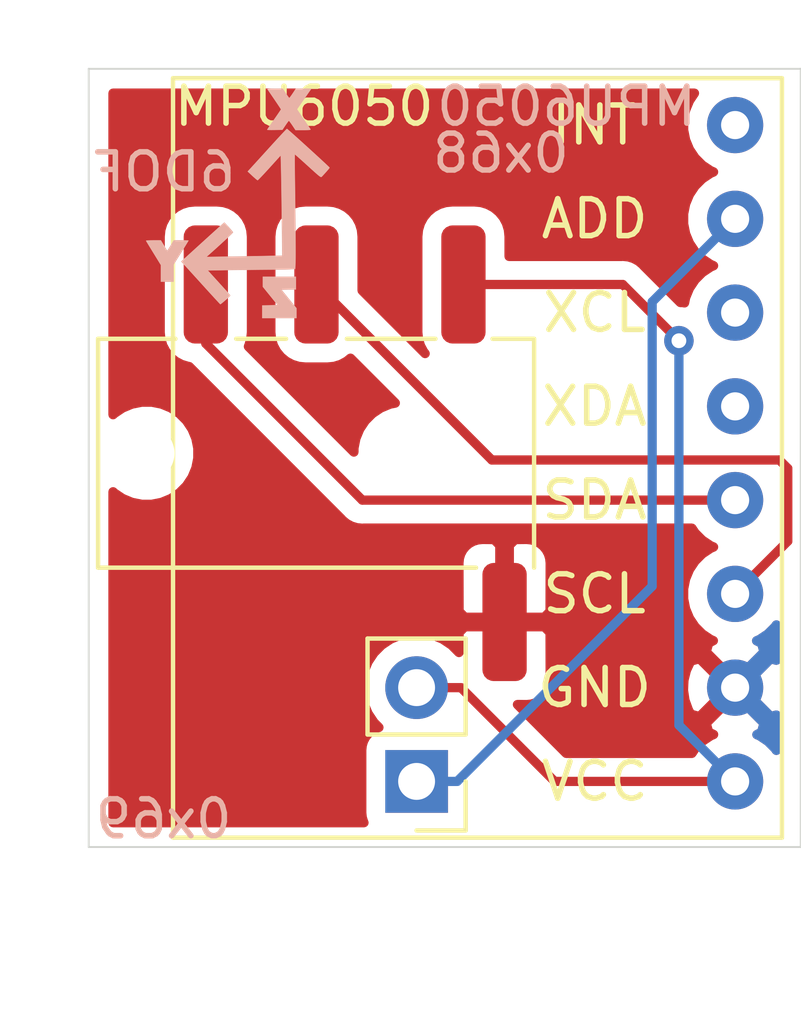
<source format=kicad_pcb>
(kicad_pcb (version 20171130) (host pcbnew "(5.1.5)-3")

  (general
    (thickness 1.6)
    (drawings 9)
    (tracks 20)
    (zones 0)
    (modules 4)
    (nets 9)
  )

  (page A4)
  (layers
    (0 F.Cu signal)
    (31 B.Cu signal)
    (32 B.Adhes user)
    (33 F.Adhes user)
    (34 B.Paste user)
    (35 F.Paste user)
    (36 B.SilkS user)
    (37 F.SilkS user)
    (38 B.Mask user)
    (39 F.Mask user)
    (40 Dwgs.User user)
    (41 Cmts.User user)
    (42 Eco1.User user)
    (43 Eco2.User user)
    (44 Edge.Cuts user)
    (45 Margin user)
    (46 B.CrtYd user)
    (47 F.CrtYd user)
    (48 B.Fab user)
    (49 F.Fab user)
  )

  (setup
    (last_trace_width 0.25)
    (trace_clearance 0.2)
    (zone_clearance 0.508)
    (zone_45_only no)
    (trace_min 0.2)
    (via_size 0.8)
    (via_drill 0.4)
    (via_min_size 0.4)
    (via_min_drill 0.3)
    (uvia_size 0.3)
    (uvia_drill 0.1)
    (uvias_allowed no)
    (uvia_min_size 0.2)
    (uvia_min_drill 0.1)
    (edge_width 0.05)
    (segment_width 0.2)
    (pcb_text_width 0.3)
    (pcb_text_size 1.5 1.5)
    (mod_edge_width 0.12)
    (mod_text_size 1 1)
    (mod_text_width 0.15)
    (pad_size 1.524 1.524)
    (pad_drill 0.762)
    (pad_to_mask_clearance 0.051)
    (solder_mask_min_width 0.25)
    (aux_axis_origin 0 0)
    (visible_elements 7FFFFFFF)
    (pcbplotparams
      (layerselection 0x010fc_ffffffff)
      (usegerberextensions false)
      (usegerberattributes false)
      (usegerberadvancedattributes false)
      (creategerberjobfile false)
      (excludeedgelayer true)
      (linewidth 0.100000)
      (plotframeref false)
      (viasonmask false)
      (mode 1)
      (useauxorigin false)
      (hpglpennumber 1)
      (hpglpenspeed 20)
      (hpglpendiameter 15.000000)
      (psnegative false)
      (psa4output false)
      (plotreference true)
      (plotvalue true)
      (plotinvisibletext false)
      (padsonsilk false)
      (subtractmaskfromsilk false)
      (outputformat 1)
      (mirror false)
      (drillshape 0)
      (scaleselection 1)
      (outputdirectory "gerbers/"))
  )

  (net 0 "")
  (net 1 GND)
  (net 2 SDA)
  (net 3 SCL)
  (net 4 +3V3)
  (net 5 "Net-(U1-Pad5)")
  (net 6 ADD)
  (net 7 "Net-(U1-Pad8)")
  (net 8 "Net-(U1-Pad6)")

  (net_class Default "Ceci est la Netclass par défaut."
    (clearance 0.2)
    (trace_width 0.25)
    (via_dia 0.8)
    (via_drill 0.4)
    (uvia_dia 0.3)
    (uvia_drill 0.1)
    (add_net +3V3)
    (add_net ADD)
    (add_net GND)
    (add_net "Net-(U1-Pad5)")
    (add_net "Net-(U1-Pad6)")
    (add_net "Net-(U1-Pad8)")
    (add_net SCL)
    (add_net SDA)
  )

  (module usini_sensors:logo_accelerometer (layer B.Cu) (tedit 5FDB7EDE) (tstamp 5FDCE205)
    (at 165.608 24.384 180)
    (fp_text reference G*** (at -0.762 4.572) (layer B.SilkS) hide
      (effects (font (size 1.524 1.524) (thickness 0.3)) (justify mirror))
    )
    (fp_text value LOGO (at 0.254 -4.572) (layer B.SilkS) hide
      (effects (font (size 1.524 1.524) (thickness 0.3)) (justify mirror))
    )
    (fp_poly (pts (xy -1.723561 3.145117) (xy -1.687321 3.092105) (xy -1.656673 3.049945) (xy -1.635563 3.023915)
      (xy -1.628588 3.018117) (xy -1.616462 3.029781) (xy -1.592046 3.061254) (xy -1.559287 3.107259)
      (xy -1.533616 3.145117) (xy -1.449099 3.272117) (xy -1.239138 3.272117) (xy -1.145538 3.271083)
      (xy -1.080868 3.267998) (xy -1.04544 3.262883) (xy -1.038598 3.256875) (xy -1.049529 3.240454)
      (xy -1.074709 3.203253) (xy -1.1115 3.149146) (xy -1.157267 3.082009) (xy -1.209373 3.005717)
      (xy -1.226244 2.981042) (xy -1.279157 2.903254) (xy -1.325824 2.833839) (xy -1.363768 2.776549)
      (xy -1.390512 2.735135) (xy -1.403581 2.713347) (xy -1.40447 2.711113) (xy -1.396261 2.696672)
      (xy -1.373287 2.661489) (xy -1.338028 2.609225) (xy -1.292965 2.543543) (xy -1.240579 2.468103)
      (xy -1.217706 2.435411) (xy -1.163049 2.357057) (xy -1.114705 2.286979) (xy -1.075153 2.228836)
      (xy -1.046873 2.186289) (xy -1.032346 2.162996) (xy -1.030941 2.159867) (xy -1.044977 2.156824)
      (xy -1.083491 2.154814) (xy -1.141092 2.153969) (xy -1.212389 2.15442) (xy -1.236382 2.154843)
      (xy -1.441823 2.159) (xy -1.524 2.28175) (xy -1.559888 2.333832) (xy -1.590237 2.375058)
      (xy -1.610969 2.40004) (xy -1.617285 2.405014) (xy -1.629682 2.393567) (xy -1.654313 2.362268)
      (xy -1.687202 2.316373) (xy -1.71291 2.278529) (xy -1.797427 2.151529) (xy -2.005242 2.151529)
      (xy -2.090448 2.152101) (xy -2.149237 2.154034) (xy -2.185053 2.157656) (xy -2.201343 2.163292)
      (xy -2.202247 2.170206) (xy -2.190948 2.187716) (xy -2.165522 2.226023) (xy -2.128609 2.281187)
      (xy -2.082846 2.349269) (xy -2.030871 2.426328) (xy -2.01367 2.45178) (xy -1.835904 2.714678)
      (xy -2.030389 2.993398) (xy -2.224875 3.272117) (xy -1.808077 3.272117) (xy -1.723561 3.145117)) (layer B.SilkS) (width 0.01))
    (fp_poly (pts (xy 2.12965 -0.837545) (xy 2.190363 -0.839845) (xy 2.233222 -0.843283) (xy 2.252969 -0.847534)
      (xy 2.253628 -0.848858) (xy 2.24473 -0.864425) (xy 2.222303 -0.901867) (xy 2.188507 -0.957626)
      (xy 2.145505 -1.028145) (xy 2.095459 -1.109869) (xy 2.050677 -1.182754) (xy 1.852706 -1.5045)
      (xy 1.852706 -1.957294) (xy 1.509059 -1.957294) (xy 1.509059 -1.493733) (xy 1.307353 -1.171516)
      (xy 1.252596 -1.083807) (xy 1.203488 -1.004691) (xy 1.162143 -0.937611) (xy 1.130674 -0.88601)
      (xy 1.111196 -0.853332) (xy 1.105647 -0.843003) (xy 1.119672 -0.840687) (xy 1.158083 -0.838766)
      (xy 1.215386 -0.837413) (xy 1.286085 -0.836802) (xy 1.303618 -0.836784) (xy 1.501588 -0.836861)
      (xy 1.588732 -0.978725) (xy 1.623962 -1.035476) (xy 1.653187 -1.081422) (xy 1.673098 -1.111433)
      (xy 1.680273 -1.120589) (xy 1.689202 -1.108584) (xy 1.710057 -1.076029) (xy 1.73958 -1.028112)
      (xy 1.769375 -0.978647) (xy 1.854079 -0.836706) (xy 2.056343 -0.836706) (xy 2.12965 -0.837545)) (layer B.SilkS) (width 0.01))
    (fp_poly (pts (xy -1.552132 2.171698) (xy -1.522002 2.141231) (xy -1.476274 2.093306) (xy -1.417158 2.030286)
      (xy -1.346868 1.954533) (xy -1.267615 1.868409) (xy -1.18161 1.774277) (xy -1.154943 1.744961)
      (xy -1.06127 1.641905) (xy -0.968622 1.540026) (xy -0.880154 1.442787) (xy -0.799018 1.353653)
      (xy -0.728369 1.276089) (xy -0.67136 1.21356) (xy -0.631146 1.16953) (xy -0.629776 1.168033)
      (xy -0.502275 1.028713) (xy -0.628402 0.911016) (xy -0.679552 0.864385) (xy -0.723504 0.826357)
      (xy -0.755328 0.801067) (xy -0.769651 0.792601) (xy -0.783087 0.803096) (xy -0.813889 0.833155)
      (xy -0.859489 0.880081) (xy -0.917316 0.941177) (xy -0.984802 1.013747) (xy -1.059378 1.095092)
      (xy -1.090886 1.129781) (xy -1.397 1.46768) (xy -1.406242 1.111104) (xy -1.408052 1.032392)
      (xy -1.410104 0.927542) (xy -1.412343 0.800299) (xy -1.414713 0.654406) (xy -1.417155 0.493608)
      (xy -1.419614 0.321648) (xy -1.422033 0.14227) (xy -1.424356 -0.040783) (xy -1.426525 -0.223766)
      (xy -1.426806 -0.24851) (xy -1.438127 -1.25155) (xy -1.014152 -1.26045) (xy -0.897401 -1.262778)
      (xy -0.75766 -1.265362) (xy -0.601817 -1.268086) (xy -0.436764 -1.270837) (xy -0.269389 -1.273497)
      (xy -0.106582 -1.275952) (xy 0.014941 -1.27768) (xy 0.620059 -1.286011) (xy 0.556222 -1.229447)
      (xy 0.46041 -1.144137) (xy 0.364367 -1.057862) (xy 0.270678 -0.973012) (xy 0.181931 -0.891978)
      (xy 0.100709 -0.817151) (xy 0.0296 -0.750923) (xy -0.028811 -0.695682) (xy -0.071939 -0.653821)
      (xy -0.097197 -0.62773) (xy -0.102867 -0.620059) (xy -0.093409 -0.603777) (xy -0.067401 -0.570808)
      (xy -0.028922 -0.526085) (xy 0.013791 -0.47901) (xy 0.130871 -0.352903) (xy 0.174372 -0.389507)
      (xy 0.193937 -0.406706) (xy 0.233254 -0.441899) (xy 0.289977 -0.492965) (xy 0.36176 -0.557784)
      (xy 0.446256 -0.634235) (xy 0.541121 -0.720197) (xy 0.644008 -0.813549) (xy 0.75257 -0.912171)
      (xy 0.759089 -0.918097) (xy 1.300305 -1.410083) (xy 1.257077 -1.455836) (xy 1.238451 -1.475986)
      (xy 1.201938 -1.515884) (xy 1.149716 -1.573134) (xy 1.083965 -1.645343) (xy 1.006864 -1.730116)
      (xy 0.920591 -1.825057) (xy 0.827327 -1.927773) (xy 0.732758 -2.032) (xy 0.636287 -2.138211)
      (xy 0.54586 -2.237475) (xy 0.463469 -2.327629) (xy 0.391103 -2.406508) (xy 0.330753 -2.471949)
      (xy 0.28441 -2.521786) (xy 0.254063 -2.553856) (xy 0.241704 -2.565995) (xy 0.241628 -2.56603)
      (xy 0.227201 -2.558094) (xy 0.195486 -2.533812) (xy 0.151244 -2.497006) (xy 0.102005 -2.453971)
      (xy 0.051029 -2.407905) (xy 0.009379 -2.369201) (xy -0.018502 -2.342061) (xy -0.028188 -2.330824)
      (xy -0.018661 -2.318339) (xy 0.008602 -2.286567) (xy 0.051156 -2.23826) (xy 0.106555 -2.176166)
      (xy 0.172353 -2.103038) (xy 0.246103 -2.021624) (xy 0.277444 -1.987177) (xy 0.583686 -1.651)
      (xy 0.019167 -1.641901) (xy -0.137955 -1.639563) (xy -0.311841 -1.637309) (xy -0.493831 -1.63523)
      (xy -0.675268 -1.633417) (xy -0.847491 -1.631959) (xy -1.001842 -1.630948) (xy -1.054834 -1.630696)
      (xy -1.181117 -1.629905) (xy -1.302845 -1.628642) (xy -1.415509 -1.626989) (xy -1.5146 -1.625031)
      (xy -1.595606 -1.622853) (xy -1.65402 -1.620538) (xy -1.676807 -1.619079) (xy -1.7893 -1.60957)
      (xy -1.796967 -1.391227) (xy -1.798175 -1.341379) (xy -1.798953 -1.272167) (xy -1.799295 -1.182755)
      (xy -1.799193 -1.072307) (xy -1.798639 -0.939987) (xy -1.797627 -0.784959) (xy -1.796149 -0.606387)
      (xy -1.794199 -0.403435) (xy -1.791768 -0.175267) (xy -1.788849 0.078953) (xy -1.785435 0.360061)
      (xy -1.78152 0.668893) (xy -1.777095 1.006285) (xy -1.774311 1.213985) (xy -1.773581 1.301764)
      (xy -1.773815 1.378284) (xy -1.774926 1.438928) (xy -1.776829 1.479078) (xy -1.779437 1.494118)
      (xy -1.77953 1.494133) (xy -1.792384 1.484445) (xy -1.824562 1.456997) (xy -1.873343 1.414205)
      (xy -1.936006 1.358479) (xy -2.009829 1.292235) (xy -2.09209 1.217886) (xy -2.135661 1.17831)
      (xy -2.232378 1.090431) (xy -2.30949 1.020834) (xy -2.369446 0.967637) (xy -2.414691 0.928954)
      (xy -2.447673 0.902903) (xy -2.470838 0.887599) (xy -2.486633 0.881158) (xy -2.497506 0.881696)
      (xy -2.505903 0.887329) (xy -2.509216 0.890693) (xy -2.578962 0.965921) (xy -2.637174 1.030364)
      (xy -2.681519 1.081345) (xy -2.709668 1.116184) (xy -2.719294 1.132084) (xy -2.708588 1.144226)
      (xy -2.678153 1.17402) (xy -2.630509 1.219173) (xy -2.568179 1.27739) (xy -2.493684 1.34638)
      (xy -2.409546 1.423848) (xy -2.318287 1.5075) (xy -2.222429 1.595045) (xy -2.124493 1.684187)
      (xy -2.027001 1.772635) (xy -1.932475 1.858093) (xy -1.843436 1.93827) (xy -1.762407 2.010872)
      (xy -1.691909 2.073604) (xy -1.634464 2.124175) (xy -1.592594 2.16029) (xy -1.56882 2.179656)
      (xy -1.564452 2.182345) (xy -1.552132 2.171698)) (layer B.SilkS) (width 0.01))
    (fp_poly (pts (xy -0.911412 -2.093458) (xy -1.113533 -2.342876) (xy -1.315655 -2.592294) (xy -1.106063 -2.59644)
      (xy -0.89647 -2.600585) (xy -0.89647 -2.943412) (xy -1.822823 -2.943412) (xy -1.822823 -2.677584)
      (xy -1.415379 -2.173942) (xy -1.611631 -2.169773) (xy -1.807882 -2.165604) (xy -1.807882 -1.822824)
      (xy -0.911412 -1.822824) (xy -0.911412 -2.093458)) (layer B.SilkS) (width 0.01))
  )

  (module usini_sensors:module_mpu6050 (layer F.Cu) (tedit 5FDC8137) (tstamp 5FDC816F)
    (at 179.324 22.098 180)
    (path /5FDC830D)
    (fp_text reference U1 (at 1.27 -20.32 180) (layer F.SilkS) hide
      (effects (font (size 1 1) (thickness 0.15)))
    )
    (fp_text value module_mpu6050 (at 7.62 2.54 180) (layer F.Fab)
      (effects (font (size 1 1) (thickness 0.15)))
    )
    (fp_text user INT (at 3.81 0 180) (layer F.SilkS)
      (effects (font (size 1 1) (thickness 0.15)))
    )
    (fp_text user ADD (at 3.81 -2.54 180) (layer F.SilkS)
      (effects (font (size 1 1) (thickness 0.15)))
    )
    (fp_text user XCL (at 3.81 -5.08 180) (layer F.SilkS)
      (effects (font (size 1 1) (thickness 0.15)))
    )
    (fp_text user XDA (at 3.81 -7.62 180) (layer F.SilkS)
      (effects (font (size 1 1) (thickness 0.15)))
    )
    (fp_text user SDA (at 3.81 -10.16 180) (layer F.SilkS)
      (effects (font (size 1 1) (thickness 0.15)))
    )
    (fp_text user SCL (at 3.81 -12.7 180) (layer F.SilkS)
      (effects (font (size 1 1) (thickness 0.15)))
    )
    (fp_text user GND (at 3.81 -15.24 180) (layer F.SilkS)
      (effects (font (size 1 1) (thickness 0.15)))
    )
    (fp_text user VCC (at 3.81 -17.78 180) (layer F.SilkS)
      (effects (font (size 1 1) (thickness 0.15)))
    )
    (fp_line (start -1.27 1.27) (end -1.27 -19.304) (layer F.SilkS) (width 0.12))
    (fp_line (start 15.24 1.27) (end -1.27 1.27) (layer F.SilkS) (width 0.12))
    (fp_line (start 15.24 -19.304) (end 15.24 1.27) (layer F.SilkS) (width 0.12))
    (fp_line (start -1.27 -19.304) (end 15.24 -19.304) (layer F.SilkS) (width 0.12))
    (pad 8 thru_hole circle (at 0 0 180) (size 1.524 1.524) (drill 0.762) (layers *.Cu *.Mask)
      (net 7 "Net-(U1-Pad8)"))
    (pad 7 thru_hole circle (at 0 -2.54 180) (size 1.524 1.524) (drill 0.762) (layers *.Cu *.Mask)
      (net 6 ADD))
    (pad 6 thru_hole circle (at 0 -5.08 180) (size 1.524 1.524) (drill 0.762) (layers *.Cu *.Mask)
      (net 8 "Net-(U1-Pad6)"))
    (pad 5 thru_hole circle (at 0 -7.62 180) (size 1.524 1.524) (drill 0.762) (layers *.Cu *.Mask)
      (net 5 "Net-(U1-Pad5)"))
    (pad 4 thru_hole circle (at 0 -10.16 180) (size 1.524 1.524) (drill 0.762) (layers *.Cu *.Mask)
      (net 2 SDA))
    (pad 3 thru_hole circle (at 0 -12.7 180) (size 1.524 1.524) (drill 0.762) (layers *.Cu *.Mask)
      (net 3 SCL))
    (pad 2 thru_hole circle (at 0 -15.24 180) (size 1.524 1.524) (drill 0.762) (layers *.Cu *.Mask)
      (net 1 GND))
    (pad 1 thru_hole circle (at 0 -17.78 180) (size 1.524 1.524) (drill 0.762) (layers *.Cu *.Mask)
      (net 4 +3V3))
    (model ${KIPRJMOD}/usini_sensors.pretty/MPU_6050.step
      (offset (xyz 7 9 11))
      (scale (xyz 1 1 1))
      (rotate (xyz 0 0 90))
    )
    (model ${KISYS3DMOD}/Connector_PinHeader_2.54mm.3dshapes/PinHeader_1x08_P2.54mm_Vertical.step
      (offset (xyz 0 0 9.5))
      (scale (xyz 1 1 1))
      (rotate (xyz 180 0 0))
    )
    (model ${KISYS3DMOD}/Connector_PinSocket_2.54mm.3dshapes/PinSocket_1x08_P2.54mm_Vertical.step
      (offset (xyz 0 17.8 0))
      (scale (xyz 1 1 1))
      (rotate (xyz 0 0 0))
    )
  )

  (module Connector_PinHeader_2.54mm:PinHeader_1x02_P2.54mm_Vertical (layer F.Cu) (tedit 5FDC6DC5) (tstamp 5FDA7515)
    (at 170.688 39.878 180)
    (descr "Through hole straight pin header, 1x02, 2.54mm pitch, single row")
    (tags "Through hole pin header THT 1x02 2.54mm single row")
    (path /5FDC9549)
    (fp_text reference J2 (at 2.54 -0.254 270) (layer F.SilkS) hide
      (effects (font (size 1 1) (thickness 0.15)))
    )
    (fp_text value "Jumper Address" (at -2.54 -0.508 270) (layer F.Fab)
      (effects (font (size 1 1) (thickness 0.15)))
    )
    (fp_text user %R (at 0 1.27 90) (layer F.Fab)
      (effects (font (size 1 1) (thickness 0.15)))
    )
    (fp_line (start -1.33 -1.33) (end 0 -1.33) (layer F.SilkS) (width 0.12))
    (fp_line (start -1.33 0) (end -1.33 -1.33) (layer F.SilkS) (width 0.12))
    (fp_line (start -1.33 1.27) (end 1.33 1.27) (layer F.SilkS) (width 0.12))
    (fp_line (start 1.33 1.27) (end 1.33 3.87) (layer F.SilkS) (width 0.12))
    (fp_line (start -1.33 1.27) (end -1.33 3.87) (layer F.SilkS) (width 0.12))
    (fp_line (start -1.33 3.87) (end 1.33 3.87) (layer F.SilkS) (width 0.12))
    (fp_line (start -1.27 -0.635) (end -0.635 -1.27) (layer F.Fab) (width 0.1))
    (fp_line (start -1.27 3.81) (end -1.27 -0.635) (layer F.Fab) (width 0.1))
    (fp_line (start 1.27 3.81) (end -1.27 3.81) (layer F.Fab) (width 0.1))
    (fp_line (start 1.27 -1.27) (end 1.27 3.81) (layer F.Fab) (width 0.1))
    (fp_line (start -0.635 -1.27) (end 1.27 -1.27) (layer F.Fab) (width 0.1))
    (pad 2 thru_hole oval (at 0 2.54 180) (size 1.7 1.7) (drill 1) (layers *.Cu *.Mask)
      (net 4 +3V3))
    (pad 1 thru_hole rect (at 0 0 180) (size 1.7 1.7) (drill 1) (layers *.Cu *.Mask)
      (net 6 ADD))
    (model ${KISYS3DMOD}/Connector_PinHeader_2.54mm.3dshapes/PinHeader_1x02_P2.54mm_Horizontal.wrl
      (at (xyz 0 0 0))
      (scale (xyz 1 1 1))
      (rotate (xyz 0 0 0))
    )
  )

  (module usini_sensors:jack_3.5mm_TRRS (layer F.Cu) (tedit 5FDB7F81) (tstamp 5FDA3052)
    (at 168.148 30.988)
    (descr "Headphones with microphone connector, 3.5mm, 4 pins (http://www.qingpu-electronics.com/en/products/WQP-PJ320D-72.html)")
    (tags "3.5mm jack mic microphone phones headphones 4pins audio plug")
    (path /5FDC3E76)
    (attr smd)
    (fp_text reference J1 (at -0.508 0.508 90) (layer F.SilkS) hide
      (effects (font (size 1 1) (thickness 0.15)))
    )
    (fp_text value AudioJack4 (at -0.025 6.35) (layer F.Fab)
      (effects (font (size 1 1) (thickness 0.15)))
    )
    (fp_circle (center 3.9 -2.35) (end 3.95 -2.1) (layer F.Fab) (width 0.12))
    (fp_line (start -6.096 -3.1) (end -6.096 3.1) (layer F.SilkS) (width 0.12))
    (fp_line (start -8.73 -5) (end 6.07 -5) (layer F.CrtYd) (width 0.05))
    (fp_line (start -8.73 5) (end 6.07 5) (layer F.CrtYd) (width 0.05))
    (fp_line (start 5.725 3.1) (end 5.725 -3.1) (layer F.SilkS) (width 0.12))
    (fp_line (start -8.73 5) (end -8.73 -5) (layer F.CrtYd) (width 0.05))
    (fp_line (start 6.07 5) (end 6.07 -5) (layer F.CrtYd) (width 0.05))
    (fp_line (start -6.096 -3.1) (end -4 -3.1) (layer F.SilkS) (width 0.12))
    (fp_line (start -2.35 -3.1) (end -1 -3.1) (layer F.SilkS) (width 0.12))
    (fp_line (start 0.65 -3.1) (end 3.05 -3.1) (layer F.SilkS) (width 0.12))
    (fp_line (start 4.6 -3.1) (end 5.725 -3.1) (layer F.SilkS) (width 0.12))
    (fp_line (start 4.15 3.1) (end -6.096 3.1) (layer F.SilkS) (width 0.12))
    (fp_line (start 5.575 -2.9) (end 5.575 2.9) (layer F.Fab) (width 0.1))
    (fp_line (start -6.096 -2.9) (end 5.575 -2.9) (layer F.Fab) (width 0.1))
    (fp_line (start -6.096 -2.3) (end -6.096 -2.9) (layer F.Fab) (width 0.1))
    (fp_line (start -8.225 -2.3) (end -6.096 -2.3) (layer F.Fab) (width 0.1))
    (fp_line (start -8.225 2.3) (end -8.225 -2.3) (layer F.Fab) (width 0.1))
    (fp_line (start -6.096 2.3) (end -8.225 2.3) (layer F.Fab) (width 0.1))
    (fp_line (start -6.096 2.9) (end -6.096 2.286) (layer F.Fab) (width 0.1))
    (fp_line (start 5.575 2.9) (end -6.096 2.9) (layer F.Fab) (width 0.1))
    (fp_text user %R (at -1.195 0) (layer F.Fab)
      (effects (font (size 1 1) (thickness 0.15)))
    )
    (pad "" np_thru_hole circle (at 2.225 0) (size 1.5 1.5) (drill 1.5) (layers *.Cu *.Mask))
    (pad "" np_thru_hole circle (at -4.775 0) (size 1.5 1.5) (drill 1.5) (layers *.Cu *.Mask))
    (pad R2 smd roundrect (at -3.175 -4.572) (size 1.2 3.2) (layers F.Cu F.Paste F.Mask) (roundrect_rratio 0.25)
      (net 2 SDA))
    (pad R1 smd roundrect (at -0.175 -4.572) (size 1.2 3.2) (layers F.Cu F.Paste F.Mask) (roundrect_rratio 0.25)
      (net 3 SCL))
    (pad T smd roundrect (at 3.81 -4.572) (size 1.2 3.2) (layers F.Cu F.Paste F.Mask) (roundrect_rratio 0.25)
      (net 4 +3V3))
    (pad S smd roundrect (at 4.925 4.572) (size 1.2 3.2) (layers F.Cu F.Paste F.Mask) (roundrect_rratio 0.25)
      (net 1 GND))
    (model ${KIPRJMOD}/usini_sensors.pretty/audio_3.5mm_trrs.step
      (offset (xyz 5.5 -3 0))
      (scale (xyz 1 1 1))
      (rotate (xyz 0 0 -90))
    )
  )

  (gr_text 6DOF (at 163.83 23.368) (layer B.SilkS)
    (effects (font (size 1 1) (thickness 0.15)) (justify mirror))
  )
  (gr_text MPU6050 (at 167.64 21.59) (layer F.SilkS)
    (effects (font (size 1 1) (thickness 0.15)))
  )
  (gr_line (start 181.102 41.656) (end 181.102 20.574) (layer Edge.Cuts) (width 0.05))
  (gr_line (start 161.798 41.656) (end 181.102 41.656) (layer Edge.Cuts) (width 0.05))
  (gr_line (start 161.798 20.574) (end 161.798 41.656) (layer Edge.Cuts) (width 0.05))
  (gr_line (start 181.102 20.574) (end 161.798 20.574) (layer Edge.Cuts) (width 0.05))
  (gr_text 0x69 (at 163.83 40.894) (layer B.SilkS)
    (effects (font (size 1 1) (thickness 0.15)) (justify mirror))
  )
  (gr_text 0x68 (at 172.974 22.86) (layer B.SilkS)
    (effects (font (size 1 1) (thickness 0.15)) (justify mirror))
  )
  (gr_text MPU6050 (at 174.752 21.59) (layer B.SilkS)
    (effects (font (size 1 1) (thickness 0.15)) (justify mirror))
  )

  (segment (start 169.215 32.258) (end 164.973 28.016) (width 0.25) (layer F.Cu) (net 2))
  (segment (start 164.973 28.016) (end 164.973 26.416) (width 0.25) (layer F.Cu) (net 2) (status 20))
  (segment (start 179.324 32.258) (end 169.215 32.258) (width 0.25) (layer F.Cu) (net 2) (status 10))
  (segment (start 180.522999 31.170999) (end 180.75199 31.39999) (width 0.25) (layer F.Cu) (net 3))
  (segment (start 167.973 26.416) (end 172.727999 31.170999) (width 0.25) (layer F.Cu) (net 3) (status 10))
  (segment (start 172.727999 31.170999) (end 180.522999 31.170999) (width 0.25) (layer F.Cu) (net 3))
  (segment (start 180.75199 33.37001) (end 179.324 34.798) (width 0.25) (layer F.Cu) (net 3) (status 20))
  (segment (start 180.75199 31.39999) (end 180.75199 33.37001) (width 0.25) (layer F.Cu) (net 3))
  (via (at 177.8 27.94) (size 0.8) (drill 0.4) (layers F.Cu B.Cu) (net 4))
  (segment (start 171.958 26.416) (end 176.276 26.416) (width 0.25) (layer F.Cu) (net 4) (status 10))
  (segment (start 176.276 26.416) (end 177.8 27.94) (width 0.25) (layer F.Cu) (net 4))
  (segment (start 177.8 38.354) (end 179.324 39.878) (width 0.25) (layer B.Cu) (net 4) (status 20))
  (segment (start 177.8 27.94) (end 177.8 38.354) (width 0.25) (layer B.Cu) (net 4))
  (segment (start 174.430081 39.878) (end 179.324 39.878) (width 0.25) (layer F.Cu) (net 4) (status 20))
  (segment (start 171.890081 37.338) (end 174.430081 39.878) (width 0.25) (layer F.Cu) (net 4))
  (segment (start 170.688 37.338) (end 171.890081 37.338) (width 0.25) (layer F.Cu) (net 4) (status 10))
  (segment (start 177.074999 34.591001) (end 177.074999 26.887001) (width 0.25) (layer B.Cu) (net 6))
  (segment (start 177.074999 26.887001) (end 179.324 24.638) (width 0.25) (layer B.Cu) (net 6) (status 20))
  (segment (start 171.788 39.878) (end 177.074999 34.591001) (width 0.25) (layer B.Cu) (net 6))
  (segment (start 170.688 39.878) (end 171.788 39.878) (width 0.25) (layer B.Cu) (net 6) (status 10))

  (zone (net 1) (net_name GND) (layer F.Cu) (tstamp 5FE0ECC5) (hatch edge 0.508)
    (connect_pads (clearance 0.508))
    (min_thickness 0.254)
    (fill yes (arc_segments 32) (thermal_gap 0.508) (thermal_bridge_width 0.508))
    (polygon
      (pts
        (xy 181.102 41.656) (xy 161.798 41.656) (xy 161.798 20.574) (xy 181.102 20.574)
      )
    )
    (filled_polygon
      (pts
        (xy 178.085995 21.436273) (xy 177.980686 21.69051) (xy 177.927 21.960408) (xy 177.927 22.235592) (xy 177.980686 22.50549)
        (xy 178.085995 22.759727) (xy 178.23888 22.988535) (xy 178.433465 23.18312) (xy 178.662273 23.336005) (xy 178.739515 23.368)
        (xy 178.662273 23.399995) (xy 178.433465 23.55288) (xy 178.23888 23.747465) (xy 178.085995 23.976273) (xy 177.980686 24.23051)
        (xy 177.927 24.500408) (xy 177.927 24.775592) (xy 177.980686 25.04549) (xy 178.085995 25.299727) (xy 178.23888 25.528535)
        (xy 178.433465 25.72312) (xy 178.662273 25.876005) (xy 178.739515 25.908) (xy 178.662273 25.939995) (xy 178.433465 26.09288)
        (xy 178.23888 26.287465) (xy 178.085995 26.516273) (xy 177.980686 26.77051) (xy 177.951955 26.914949) (xy 177.901939 26.905)
        (xy 177.839802 26.905) (xy 176.839803 25.905002) (xy 176.816001 25.875999) (xy 176.700276 25.781026) (xy 176.568247 25.710454)
        (xy 176.424986 25.666997) (xy 176.313333 25.656) (xy 176.313322 25.656) (xy 176.276 25.652324) (xy 176.238678 25.656)
        (xy 173.196072 25.656) (xy 173.196072 25.116) (xy 173.178047 24.932991) (xy 173.124666 24.757015) (xy 173.037978 24.594835)
        (xy 172.921317 24.452683) (xy 172.779165 24.336022) (xy 172.616985 24.249334) (xy 172.441009 24.195953) (xy 172.258 24.177928)
        (xy 171.658 24.177928) (xy 171.474991 24.195953) (xy 171.299015 24.249334) (xy 171.136835 24.336022) (xy 170.994683 24.452683)
        (xy 170.878022 24.594835) (xy 170.791334 24.757015) (xy 170.737953 24.932991) (xy 170.719928 25.116) (xy 170.719928 27.716)
        (xy 170.737953 27.899009) (xy 170.791334 28.074985) (xy 170.878022 28.237165) (xy 170.919465 28.287663) (xy 169.211072 26.579271)
        (xy 169.211072 25.116) (xy 169.193047 24.932991) (xy 169.139666 24.757015) (xy 169.052978 24.594835) (xy 168.936317 24.452683)
        (xy 168.794165 24.336022) (xy 168.631985 24.249334) (xy 168.456009 24.195953) (xy 168.273 24.177928) (xy 167.673 24.177928)
        (xy 167.489991 24.195953) (xy 167.314015 24.249334) (xy 167.151835 24.336022) (xy 167.009683 24.452683) (xy 166.893022 24.594835)
        (xy 166.806334 24.757015) (xy 166.752953 24.932991) (xy 166.734928 25.116) (xy 166.734928 27.716) (xy 166.752953 27.899009)
        (xy 166.806334 28.074985) (xy 166.893022 28.237165) (xy 167.009683 28.379317) (xy 167.151835 28.495978) (xy 167.314015 28.582666)
        (xy 167.489991 28.636047) (xy 167.673 28.654072) (xy 168.273 28.654072) (xy 168.456009 28.636047) (xy 168.631985 28.582666)
        (xy 168.794165 28.495978) (xy 168.895233 28.413034) (xy 170.110316 29.628117) (xy 169.969011 29.656225) (xy 169.716957 29.760629)
        (xy 169.490114 29.912201) (xy 169.297201 30.105114) (xy 169.145629 30.331957) (xy 169.041225 30.584011) (xy 168.988 30.851589)
        (xy 168.988 30.956198) (xy 166.128213 28.096412) (xy 166.139666 28.074985) (xy 166.193047 27.899009) (xy 166.211072 27.716)
        (xy 166.211072 25.116) (xy 166.193047 24.932991) (xy 166.139666 24.757015) (xy 166.052978 24.594835) (xy 165.936317 24.452683)
        (xy 165.794165 24.336022) (xy 165.631985 24.249334) (xy 165.456009 24.195953) (xy 165.273 24.177928) (xy 164.673 24.177928)
        (xy 164.489991 24.195953) (xy 164.314015 24.249334) (xy 164.151835 24.336022) (xy 164.009683 24.452683) (xy 163.893022 24.594835)
        (xy 163.806334 24.757015) (xy 163.752953 24.932991) (xy 163.734928 25.116) (xy 163.734928 27.716) (xy 163.752953 27.899009)
        (xy 163.806334 28.074985) (xy 163.893022 28.237165) (xy 164.009683 28.379317) (xy 164.151835 28.495978) (xy 164.314015 28.582666)
        (xy 164.489991 28.636047) (xy 164.521333 28.639134) (xy 168.651201 32.769003) (xy 168.674999 32.798001) (xy 168.703997 32.821799)
        (xy 168.790723 32.892974) (xy 168.922753 32.963546) (xy 169.066014 33.007003) (xy 169.177667 33.018) (xy 169.177677 33.018)
        (xy 169.215 33.021676) (xy 169.252323 33.018) (xy 178.151659 33.018) (xy 178.23888 33.148535) (xy 178.433465 33.34312)
        (xy 178.662273 33.496005) (xy 178.739515 33.528) (xy 178.662273 33.559995) (xy 178.433465 33.71288) (xy 178.23888 33.907465)
        (xy 178.085995 34.136273) (xy 177.980686 34.39051) (xy 177.927 34.660408) (xy 177.927 34.935592) (xy 177.980686 35.20549)
        (xy 178.085995 35.459727) (xy 178.23888 35.688535) (xy 178.433465 35.88312) (xy 178.662273 36.036005) (xy 178.733943 36.065692)
        (xy 178.720977 36.070364) (xy 178.60502 36.132344) (xy 178.53804 36.372435) (xy 179.324 37.158395) (xy 180.10996 36.372435)
        (xy 180.04298 36.132344) (xy 179.90724 36.068515) (xy 179.985727 36.036005) (xy 180.214535 35.88312) (xy 180.40912 35.688535)
        (xy 180.442 35.639326) (xy 180.442 36.594566) (xy 180.289565 36.55204) (xy 179.503605 37.338) (xy 180.289565 38.12396)
        (xy 180.442 38.081434) (xy 180.442 39.036673) (xy 180.40912 38.987465) (xy 180.214535 38.79288) (xy 179.985727 38.639995)
        (xy 179.914057 38.610308) (xy 179.927023 38.605636) (xy 180.04298 38.543656) (xy 180.10996 38.303565) (xy 179.324 37.517605)
        (xy 178.53804 38.303565) (xy 178.60502 38.543656) (xy 178.74076 38.607485) (xy 178.662273 38.639995) (xy 178.433465 38.79288)
        (xy 178.23888 38.987465) (xy 178.151659 39.118) (xy 174.744884 39.118) (xy 173.422506 37.795623) (xy 173.673 37.798072)
        (xy 173.797482 37.785812) (xy 173.91718 37.749502) (xy 174.027494 37.690537) (xy 174.124185 37.611185) (xy 174.203537 37.514494)
        (xy 174.259382 37.410017) (xy 177.92209 37.410017) (xy 177.963078 37.682133) (xy 178.056364 37.941023) (xy 178.118344 38.05698)
        (xy 178.358435 38.12396) (xy 179.144395 37.338) (xy 178.358435 36.55204) (xy 178.118344 36.61902) (xy 178.001244 36.868048)
        (xy 177.934977 37.135135) (xy 177.92209 37.410017) (xy 174.259382 37.410017) (xy 174.262502 37.40418) (xy 174.298812 37.284482)
        (xy 174.311072 37.16) (xy 174.308 35.84575) (xy 174.14925 35.687) (xy 173.2 35.687) (xy 173.2 35.707)
        (xy 172.946 35.707) (xy 172.946 35.687) (xy 171.99675 35.687) (xy 171.838 35.84575) (xy 171.836736 36.386629)
        (xy 171.634632 36.184525) (xy 171.391411 36.02201) (xy 171.121158 35.910068) (xy 170.83426 35.853) (xy 170.54174 35.853)
        (xy 170.254842 35.910068) (xy 169.984589 36.02201) (xy 169.741368 36.184525) (xy 169.534525 36.391368) (xy 169.37201 36.634589)
        (xy 169.260068 36.904842) (xy 169.203 37.19174) (xy 169.203 37.48426) (xy 169.260068 37.771158) (xy 169.37201 38.041411)
        (xy 169.534525 38.284632) (xy 169.66638 38.416487) (xy 169.59382 38.438498) (xy 169.483506 38.497463) (xy 169.386815 38.576815)
        (xy 169.307463 38.673506) (xy 169.248498 38.78382) (xy 169.212188 38.903518) (xy 169.199928 39.028) (xy 169.199928 40.728)
        (xy 169.212188 40.852482) (xy 169.248498 40.97218) (xy 169.26123 40.996) (xy 162.458 40.996) (xy 162.458 33.96)
        (xy 171.834928 33.96) (xy 171.838 35.27425) (xy 171.99675 35.433) (xy 172.946 35.433) (xy 172.946 33.48375)
        (xy 173.2 33.48375) (xy 173.2 35.433) (xy 174.14925 35.433) (xy 174.308 35.27425) (xy 174.311072 33.96)
        (xy 174.298812 33.835518) (xy 174.262502 33.71582) (xy 174.203537 33.605506) (xy 174.124185 33.508815) (xy 174.027494 33.429463)
        (xy 173.91718 33.370498) (xy 173.797482 33.334188) (xy 173.673 33.321928) (xy 173.35875 33.325) (xy 173.2 33.48375)
        (xy 172.946 33.48375) (xy 172.78725 33.325) (xy 172.473 33.321928) (xy 172.348518 33.334188) (xy 172.22882 33.370498)
        (xy 172.118506 33.429463) (xy 172.021815 33.508815) (xy 171.942463 33.605506) (xy 171.883498 33.71582) (xy 171.847188 33.835518)
        (xy 171.834928 33.96) (xy 162.458 33.96) (xy 162.458 32.031685) (xy 162.490114 32.063799) (xy 162.716957 32.215371)
        (xy 162.969011 32.319775) (xy 163.236589 32.373) (xy 163.509411 32.373) (xy 163.776989 32.319775) (xy 164.029043 32.215371)
        (xy 164.255886 32.063799) (xy 164.448799 31.870886) (xy 164.600371 31.644043) (xy 164.704775 31.391989) (xy 164.758 31.124411)
        (xy 164.758 30.851589) (xy 164.704775 30.584011) (xy 164.600371 30.331957) (xy 164.448799 30.105114) (xy 164.255886 29.912201)
        (xy 164.029043 29.760629) (xy 163.776989 29.656225) (xy 163.509411 29.603) (xy 163.236589 29.603) (xy 162.969011 29.656225)
        (xy 162.716957 29.760629) (xy 162.490114 29.912201) (xy 162.458 29.944315) (xy 162.458 21.234) (xy 178.22115 21.234)
      )
    )
  )
  (zone (net 1) (net_name GND) (layer B.Cu) (tstamp 5FE0ECC2) (hatch edge 0.508)
    (connect_pads (clearance 0.508))
    (min_thickness 0.254)
    (fill yes (arc_segments 32) (thermal_gap 0.508) (thermal_bridge_width 0.508))
    (polygon
      (pts
        (xy 181.102 41.656) (xy 161.798 41.656) (xy 161.798 20.574) (xy 181.102 20.574)
      )
    )
    (filled_polygon
      (pts
        (xy 180.442 36.594566) (xy 180.289565 36.55204) (xy 179.503605 37.338) (xy 180.289565 38.12396) (xy 180.442 38.081434)
        (xy 180.442 39.036673) (xy 180.40912 38.987465) (xy 180.214535 38.79288) (xy 179.985727 38.639995) (xy 179.914057 38.610308)
        (xy 179.927023 38.605636) (xy 180.04298 38.543656) (xy 180.10996 38.303565) (xy 179.324 37.517605) (xy 179.309858 37.531748)
        (xy 179.130253 37.352143) (xy 179.144395 37.338) (xy 179.130253 37.323858) (xy 179.309858 37.144253) (xy 179.324 37.158395)
        (xy 180.10996 36.372435) (xy 180.04298 36.132344) (xy 179.90724 36.068515) (xy 179.985727 36.036005) (xy 180.214535 35.88312)
        (xy 180.40912 35.688535) (xy 180.442 35.639326)
      )
    )
  )
)

</source>
